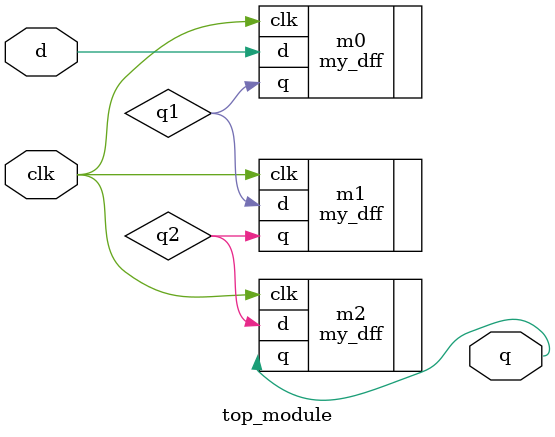
<source format=v>
module top_module ( input clk, input d, output q );
    wire q1,q2;
    
     my_dff m0(.clk(clk), .d(d),  .q(q1));  
    my_dff m1(.clk(clk), .d(q1), .q(q2));   
    my_dff m2(.clk(clk), .d(q2), .q(q)); 
    
endmodule

</source>
